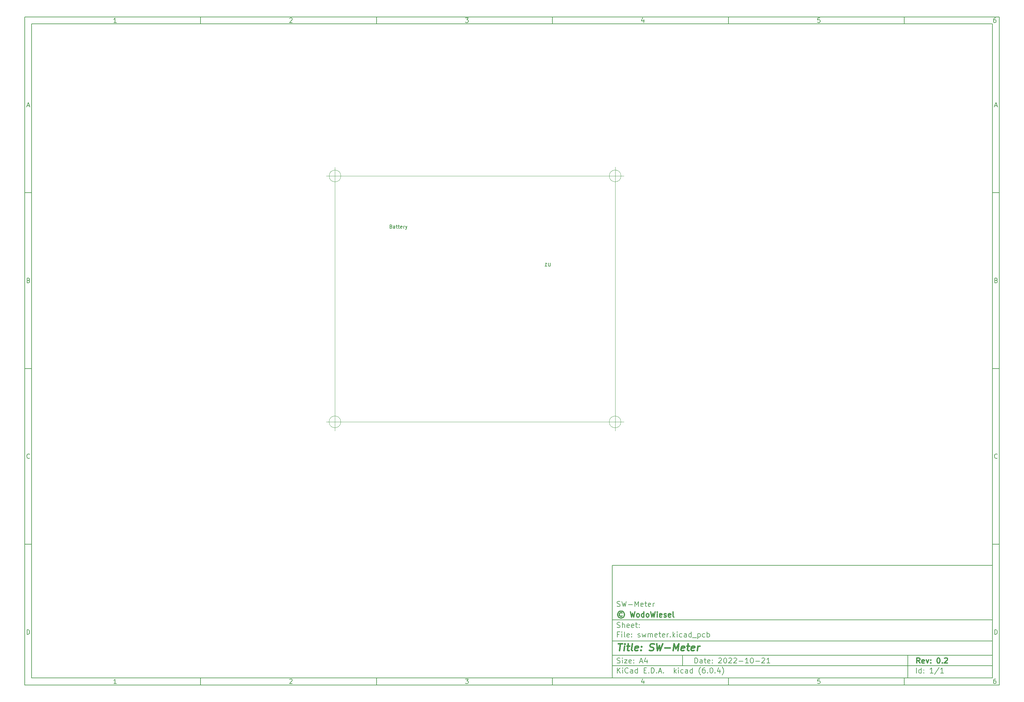
<source format=gbr>
%TF.GenerationSoftware,KiCad,Pcbnew,(6.0.4)*%
%TF.CreationDate,2022-11-07T20:32:36+01:00*%
%TF.ProjectId,swmeter,73776d65-7465-4722-9e6b-696361645f70,0.2*%
%TF.SameCoordinates,PX5d9f490PY775a330*%
%TF.FileFunction,AssemblyDrawing,Bot*%
%FSLAX46Y46*%
G04 Gerber Fmt 4.6, Leading zero omitted, Abs format (unit mm)*
G04 Created by KiCad (PCBNEW (6.0.4)) date 2022-11-07 20:32:36*
%MOMM*%
%LPD*%
G01*
G04 APERTURE LIST*
%ADD10C,0.100000*%
%ADD11C,0.150000*%
%ADD12C,0.300000*%
%ADD13C,0.400000*%
%TA.AperFunction,Profile*%
%ADD14C,0.100000*%
%TD*%
G04 APERTURE END LIST*
D10*
D11*
X78832200Y-40857200D02*
X78832200Y-72857200D01*
X186832200Y-72857200D01*
X186832200Y-40857200D01*
X78832200Y-40857200D01*
D10*
D11*
X-88170000Y115150000D02*
X-88170000Y-74857200D01*
X188832200Y-74857200D01*
X188832200Y115150000D01*
X-88170000Y115150000D01*
D10*
D11*
X-86170000Y113150000D02*
X-86170000Y-72857200D01*
X186832200Y-72857200D01*
X186832200Y113150000D01*
X-86170000Y113150000D01*
D10*
D11*
X-38170000Y113150000D02*
X-38170000Y115150000D01*
D10*
D11*
X11830000Y113150000D02*
X11830000Y115150000D01*
D10*
D11*
X61830000Y113150000D02*
X61830000Y115150000D01*
D10*
D11*
X111830000Y113150000D02*
X111830000Y115150000D01*
D10*
D11*
X161830000Y113150000D02*
X161830000Y115150000D01*
D10*
D11*
X-62104524Y113561905D02*
X-62847381Y113561905D01*
X-62475953Y113561905D02*
X-62475953Y114861905D01*
X-62599762Y114676191D01*
X-62723572Y114552381D01*
X-62847381Y114490477D01*
D10*
D11*
X-12847381Y114738096D02*
X-12785477Y114800000D01*
X-12661667Y114861905D01*
X-12352143Y114861905D01*
X-12228334Y114800000D01*
X-12166429Y114738096D01*
X-12104524Y114614286D01*
X-12104524Y114490477D01*
X-12166429Y114304762D01*
X-12909286Y113561905D01*
X-12104524Y113561905D01*
D10*
D11*
X37090714Y114861905D02*
X37895476Y114861905D01*
X37462142Y114366667D01*
X37647857Y114366667D01*
X37771666Y114304762D01*
X37833571Y114242858D01*
X37895476Y114119048D01*
X37895476Y113809524D01*
X37833571Y113685715D01*
X37771666Y113623810D01*
X37647857Y113561905D01*
X37276428Y113561905D01*
X37152619Y113623810D01*
X37090714Y113685715D01*
D10*
D11*
X87771666Y114428572D02*
X87771666Y113561905D01*
X87462142Y114923810D02*
X87152619Y113995239D01*
X87957380Y113995239D01*
D10*
D11*
X137833571Y114861905D02*
X137214523Y114861905D01*
X137152619Y114242858D01*
X137214523Y114304762D01*
X137338333Y114366667D01*
X137647857Y114366667D01*
X137771666Y114304762D01*
X137833571Y114242858D01*
X137895476Y114119048D01*
X137895476Y113809524D01*
X137833571Y113685715D01*
X137771666Y113623810D01*
X137647857Y113561905D01*
X137338333Y113561905D01*
X137214523Y113623810D01*
X137152619Y113685715D01*
D10*
D11*
X187771666Y114861905D02*
X187524047Y114861905D01*
X187400238Y114800000D01*
X187338333Y114738096D01*
X187214523Y114552381D01*
X187152619Y114304762D01*
X187152619Y113809524D01*
X187214523Y113685715D01*
X187276428Y113623810D01*
X187400238Y113561905D01*
X187647857Y113561905D01*
X187771666Y113623810D01*
X187833571Y113685715D01*
X187895476Y113809524D01*
X187895476Y114119048D01*
X187833571Y114242858D01*
X187771666Y114304762D01*
X187647857Y114366667D01*
X187400238Y114366667D01*
X187276428Y114304762D01*
X187214523Y114242858D01*
X187152619Y114119048D01*
D10*
D11*
X-38170000Y-72857200D02*
X-38170000Y-74857200D01*
D10*
D11*
X11830000Y-72857200D02*
X11830000Y-74857200D01*
D10*
D11*
X61830000Y-72857200D02*
X61830000Y-74857200D01*
D10*
D11*
X111830000Y-72857200D02*
X111830000Y-74857200D01*
D10*
D11*
X161830000Y-72857200D02*
X161830000Y-74857200D01*
D10*
D11*
X-62104524Y-74445295D02*
X-62847381Y-74445295D01*
X-62475953Y-74445295D02*
X-62475953Y-73145295D01*
X-62599762Y-73331009D01*
X-62723572Y-73454819D01*
X-62847381Y-73516723D01*
D10*
D11*
X-12847381Y-73269104D02*
X-12785477Y-73207200D01*
X-12661667Y-73145295D01*
X-12352143Y-73145295D01*
X-12228334Y-73207200D01*
X-12166429Y-73269104D01*
X-12104524Y-73392914D01*
X-12104524Y-73516723D01*
X-12166429Y-73702438D01*
X-12909286Y-74445295D01*
X-12104524Y-74445295D01*
D10*
D11*
X37090714Y-73145295D02*
X37895476Y-73145295D01*
X37462142Y-73640533D01*
X37647857Y-73640533D01*
X37771666Y-73702438D01*
X37833571Y-73764342D01*
X37895476Y-73888152D01*
X37895476Y-74197676D01*
X37833571Y-74321485D01*
X37771666Y-74383390D01*
X37647857Y-74445295D01*
X37276428Y-74445295D01*
X37152619Y-74383390D01*
X37090714Y-74321485D01*
D10*
D11*
X87771666Y-73578628D02*
X87771666Y-74445295D01*
X87462142Y-73083390D02*
X87152619Y-74011961D01*
X87957380Y-74011961D01*
D10*
D11*
X137833571Y-73145295D02*
X137214523Y-73145295D01*
X137152619Y-73764342D01*
X137214523Y-73702438D01*
X137338333Y-73640533D01*
X137647857Y-73640533D01*
X137771666Y-73702438D01*
X137833571Y-73764342D01*
X137895476Y-73888152D01*
X137895476Y-74197676D01*
X137833571Y-74321485D01*
X137771666Y-74383390D01*
X137647857Y-74445295D01*
X137338333Y-74445295D01*
X137214523Y-74383390D01*
X137152619Y-74321485D01*
D10*
D11*
X187771666Y-73145295D02*
X187524047Y-73145295D01*
X187400238Y-73207200D01*
X187338333Y-73269104D01*
X187214523Y-73454819D01*
X187152619Y-73702438D01*
X187152619Y-74197676D01*
X187214523Y-74321485D01*
X187276428Y-74383390D01*
X187400238Y-74445295D01*
X187647857Y-74445295D01*
X187771666Y-74383390D01*
X187833571Y-74321485D01*
X187895476Y-74197676D01*
X187895476Y-73888152D01*
X187833571Y-73764342D01*
X187771666Y-73702438D01*
X187647857Y-73640533D01*
X187400238Y-73640533D01*
X187276428Y-73702438D01*
X187214523Y-73764342D01*
X187152619Y-73888152D01*
D10*
D11*
X-88170000Y65150000D02*
X-86170000Y65150000D01*
D10*
D11*
X-88170000Y15150000D02*
X-86170000Y15150000D01*
D10*
D11*
X-88170000Y-34850000D02*
X-86170000Y-34850000D01*
D10*
D11*
X-87479524Y89933334D02*
X-86860477Y89933334D01*
X-87603334Y89561905D02*
X-87170000Y90861905D01*
X-86736667Y89561905D01*
D10*
D11*
X-87077143Y40242858D02*
X-86891429Y40180953D01*
X-86829524Y40119048D01*
X-86767620Y39995239D01*
X-86767620Y39809524D01*
X-86829524Y39685715D01*
X-86891429Y39623810D01*
X-87015239Y39561905D01*
X-87510477Y39561905D01*
X-87510477Y40861905D01*
X-87077143Y40861905D01*
X-86953334Y40800000D01*
X-86891429Y40738096D01*
X-86829524Y40614286D01*
X-86829524Y40490477D01*
X-86891429Y40366667D01*
X-86953334Y40304762D01*
X-87077143Y40242858D01*
X-87510477Y40242858D01*
D10*
D11*
X-86767620Y-10314285D02*
X-86829524Y-10376190D01*
X-87015239Y-10438095D01*
X-87139048Y-10438095D01*
X-87324762Y-10376190D01*
X-87448572Y-10252380D01*
X-87510477Y-10128571D01*
X-87572381Y-9880952D01*
X-87572381Y-9695238D01*
X-87510477Y-9447619D01*
X-87448572Y-9323809D01*
X-87324762Y-9200000D01*
X-87139048Y-9138095D01*
X-87015239Y-9138095D01*
X-86829524Y-9200000D01*
X-86767620Y-9261904D01*
D10*
D11*
X-87510477Y-60438095D02*
X-87510477Y-59138095D01*
X-87200953Y-59138095D01*
X-87015239Y-59200000D01*
X-86891429Y-59323809D01*
X-86829524Y-59447619D01*
X-86767620Y-59695238D01*
X-86767620Y-59880952D01*
X-86829524Y-60128571D01*
X-86891429Y-60252380D01*
X-87015239Y-60376190D01*
X-87200953Y-60438095D01*
X-87510477Y-60438095D01*
D10*
D11*
X188832200Y65150000D02*
X186832200Y65150000D01*
D10*
D11*
X188832200Y15150000D02*
X186832200Y15150000D01*
D10*
D11*
X188832200Y-34850000D02*
X186832200Y-34850000D01*
D10*
D11*
X187522676Y89933334D02*
X188141723Y89933334D01*
X187398866Y89561905D02*
X187832200Y90861905D01*
X188265533Y89561905D01*
D10*
D11*
X187925057Y40242858D02*
X188110771Y40180953D01*
X188172676Y40119048D01*
X188234580Y39995239D01*
X188234580Y39809524D01*
X188172676Y39685715D01*
X188110771Y39623810D01*
X187986961Y39561905D01*
X187491723Y39561905D01*
X187491723Y40861905D01*
X187925057Y40861905D01*
X188048866Y40800000D01*
X188110771Y40738096D01*
X188172676Y40614286D01*
X188172676Y40490477D01*
X188110771Y40366667D01*
X188048866Y40304762D01*
X187925057Y40242858D01*
X187491723Y40242858D01*
D10*
D11*
X188234580Y-10314285D02*
X188172676Y-10376190D01*
X187986961Y-10438095D01*
X187863152Y-10438095D01*
X187677438Y-10376190D01*
X187553628Y-10252380D01*
X187491723Y-10128571D01*
X187429819Y-9880952D01*
X187429819Y-9695238D01*
X187491723Y-9447619D01*
X187553628Y-9323809D01*
X187677438Y-9200000D01*
X187863152Y-9138095D01*
X187986961Y-9138095D01*
X188172676Y-9200000D01*
X188234580Y-9261904D01*
D10*
D11*
X187491723Y-60438095D02*
X187491723Y-59138095D01*
X187801247Y-59138095D01*
X187986961Y-59200000D01*
X188110771Y-59323809D01*
X188172676Y-59447619D01*
X188234580Y-59695238D01*
X188234580Y-59880952D01*
X188172676Y-60128571D01*
X188110771Y-60252380D01*
X187986961Y-60376190D01*
X187801247Y-60438095D01*
X187491723Y-60438095D01*
D10*
D11*
X102264342Y-68635771D02*
X102264342Y-67135771D01*
X102621485Y-67135771D01*
X102835771Y-67207200D01*
X102978628Y-67350057D01*
X103050057Y-67492914D01*
X103121485Y-67778628D01*
X103121485Y-67992914D01*
X103050057Y-68278628D01*
X102978628Y-68421485D01*
X102835771Y-68564342D01*
X102621485Y-68635771D01*
X102264342Y-68635771D01*
X104407200Y-68635771D02*
X104407200Y-67850057D01*
X104335771Y-67707200D01*
X104192914Y-67635771D01*
X103907200Y-67635771D01*
X103764342Y-67707200D01*
X104407200Y-68564342D02*
X104264342Y-68635771D01*
X103907200Y-68635771D01*
X103764342Y-68564342D01*
X103692914Y-68421485D01*
X103692914Y-68278628D01*
X103764342Y-68135771D01*
X103907200Y-68064342D01*
X104264342Y-68064342D01*
X104407200Y-67992914D01*
X104907200Y-67635771D02*
X105478628Y-67635771D01*
X105121485Y-67135771D02*
X105121485Y-68421485D01*
X105192914Y-68564342D01*
X105335771Y-68635771D01*
X105478628Y-68635771D01*
X106550057Y-68564342D02*
X106407200Y-68635771D01*
X106121485Y-68635771D01*
X105978628Y-68564342D01*
X105907200Y-68421485D01*
X105907200Y-67850057D01*
X105978628Y-67707200D01*
X106121485Y-67635771D01*
X106407200Y-67635771D01*
X106550057Y-67707200D01*
X106621485Y-67850057D01*
X106621485Y-67992914D01*
X105907200Y-68135771D01*
X107264342Y-68492914D02*
X107335771Y-68564342D01*
X107264342Y-68635771D01*
X107192914Y-68564342D01*
X107264342Y-68492914D01*
X107264342Y-68635771D01*
X107264342Y-67707200D02*
X107335771Y-67778628D01*
X107264342Y-67850057D01*
X107192914Y-67778628D01*
X107264342Y-67707200D01*
X107264342Y-67850057D01*
X109050057Y-67278628D02*
X109121485Y-67207200D01*
X109264342Y-67135771D01*
X109621485Y-67135771D01*
X109764342Y-67207200D01*
X109835771Y-67278628D01*
X109907200Y-67421485D01*
X109907200Y-67564342D01*
X109835771Y-67778628D01*
X108978628Y-68635771D01*
X109907200Y-68635771D01*
X110835771Y-67135771D02*
X110978628Y-67135771D01*
X111121485Y-67207200D01*
X111192914Y-67278628D01*
X111264342Y-67421485D01*
X111335771Y-67707200D01*
X111335771Y-68064342D01*
X111264342Y-68350057D01*
X111192914Y-68492914D01*
X111121485Y-68564342D01*
X110978628Y-68635771D01*
X110835771Y-68635771D01*
X110692914Y-68564342D01*
X110621485Y-68492914D01*
X110550057Y-68350057D01*
X110478628Y-68064342D01*
X110478628Y-67707200D01*
X110550057Y-67421485D01*
X110621485Y-67278628D01*
X110692914Y-67207200D01*
X110835771Y-67135771D01*
X111907200Y-67278628D02*
X111978628Y-67207200D01*
X112121485Y-67135771D01*
X112478628Y-67135771D01*
X112621485Y-67207200D01*
X112692914Y-67278628D01*
X112764342Y-67421485D01*
X112764342Y-67564342D01*
X112692914Y-67778628D01*
X111835771Y-68635771D01*
X112764342Y-68635771D01*
X113335771Y-67278628D02*
X113407200Y-67207200D01*
X113550057Y-67135771D01*
X113907200Y-67135771D01*
X114050057Y-67207200D01*
X114121485Y-67278628D01*
X114192914Y-67421485D01*
X114192914Y-67564342D01*
X114121485Y-67778628D01*
X113264342Y-68635771D01*
X114192914Y-68635771D01*
X114835771Y-68064342D02*
X115978628Y-68064342D01*
X117478628Y-68635771D02*
X116621485Y-68635771D01*
X117050057Y-68635771D02*
X117050057Y-67135771D01*
X116907200Y-67350057D01*
X116764342Y-67492914D01*
X116621485Y-67564342D01*
X118407200Y-67135771D02*
X118550057Y-67135771D01*
X118692914Y-67207200D01*
X118764342Y-67278628D01*
X118835771Y-67421485D01*
X118907200Y-67707200D01*
X118907200Y-68064342D01*
X118835771Y-68350057D01*
X118764342Y-68492914D01*
X118692914Y-68564342D01*
X118550057Y-68635771D01*
X118407200Y-68635771D01*
X118264342Y-68564342D01*
X118192914Y-68492914D01*
X118121485Y-68350057D01*
X118050057Y-68064342D01*
X118050057Y-67707200D01*
X118121485Y-67421485D01*
X118192914Y-67278628D01*
X118264342Y-67207200D01*
X118407200Y-67135771D01*
X119550057Y-68064342D02*
X120692914Y-68064342D01*
X121335771Y-67278628D02*
X121407200Y-67207200D01*
X121550057Y-67135771D01*
X121907200Y-67135771D01*
X122050057Y-67207200D01*
X122121485Y-67278628D01*
X122192914Y-67421485D01*
X122192914Y-67564342D01*
X122121485Y-67778628D01*
X121264342Y-68635771D01*
X122192914Y-68635771D01*
X123621485Y-68635771D02*
X122764342Y-68635771D01*
X123192914Y-68635771D02*
X123192914Y-67135771D01*
X123050057Y-67350057D01*
X122907200Y-67492914D01*
X122764342Y-67564342D01*
D10*
D11*
X78832200Y-69357200D02*
X186832200Y-69357200D01*
D10*
D11*
X80264342Y-71435771D02*
X80264342Y-69935771D01*
X81121485Y-71435771D02*
X80478628Y-70578628D01*
X81121485Y-69935771D02*
X80264342Y-70792914D01*
X81764342Y-71435771D02*
X81764342Y-70435771D01*
X81764342Y-69935771D02*
X81692914Y-70007200D01*
X81764342Y-70078628D01*
X81835771Y-70007200D01*
X81764342Y-69935771D01*
X81764342Y-70078628D01*
X83335771Y-71292914D02*
X83264342Y-71364342D01*
X83050057Y-71435771D01*
X82907200Y-71435771D01*
X82692914Y-71364342D01*
X82550057Y-71221485D01*
X82478628Y-71078628D01*
X82407200Y-70792914D01*
X82407200Y-70578628D01*
X82478628Y-70292914D01*
X82550057Y-70150057D01*
X82692914Y-70007200D01*
X82907200Y-69935771D01*
X83050057Y-69935771D01*
X83264342Y-70007200D01*
X83335771Y-70078628D01*
X84621485Y-71435771D02*
X84621485Y-70650057D01*
X84550057Y-70507200D01*
X84407200Y-70435771D01*
X84121485Y-70435771D01*
X83978628Y-70507200D01*
X84621485Y-71364342D02*
X84478628Y-71435771D01*
X84121485Y-71435771D01*
X83978628Y-71364342D01*
X83907200Y-71221485D01*
X83907200Y-71078628D01*
X83978628Y-70935771D01*
X84121485Y-70864342D01*
X84478628Y-70864342D01*
X84621485Y-70792914D01*
X85978628Y-71435771D02*
X85978628Y-69935771D01*
X85978628Y-71364342D02*
X85835771Y-71435771D01*
X85550057Y-71435771D01*
X85407200Y-71364342D01*
X85335771Y-71292914D01*
X85264342Y-71150057D01*
X85264342Y-70721485D01*
X85335771Y-70578628D01*
X85407200Y-70507200D01*
X85550057Y-70435771D01*
X85835771Y-70435771D01*
X85978628Y-70507200D01*
X87835771Y-70650057D02*
X88335771Y-70650057D01*
X88550057Y-71435771D02*
X87835771Y-71435771D01*
X87835771Y-69935771D01*
X88550057Y-69935771D01*
X89192914Y-71292914D02*
X89264342Y-71364342D01*
X89192914Y-71435771D01*
X89121485Y-71364342D01*
X89192914Y-71292914D01*
X89192914Y-71435771D01*
X89907200Y-71435771D02*
X89907200Y-69935771D01*
X90264342Y-69935771D01*
X90478628Y-70007200D01*
X90621485Y-70150057D01*
X90692914Y-70292914D01*
X90764342Y-70578628D01*
X90764342Y-70792914D01*
X90692914Y-71078628D01*
X90621485Y-71221485D01*
X90478628Y-71364342D01*
X90264342Y-71435771D01*
X89907200Y-71435771D01*
X91407200Y-71292914D02*
X91478628Y-71364342D01*
X91407200Y-71435771D01*
X91335771Y-71364342D01*
X91407200Y-71292914D01*
X91407200Y-71435771D01*
X92050057Y-71007200D02*
X92764342Y-71007200D01*
X91907200Y-71435771D02*
X92407200Y-69935771D01*
X92907200Y-71435771D01*
X93407200Y-71292914D02*
X93478628Y-71364342D01*
X93407200Y-71435771D01*
X93335771Y-71364342D01*
X93407200Y-71292914D01*
X93407200Y-71435771D01*
X96407200Y-71435771D02*
X96407200Y-69935771D01*
X96550057Y-70864342D02*
X96978628Y-71435771D01*
X96978628Y-70435771D02*
X96407200Y-71007200D01*
X97621485Y-71435771D02*
X97621485Y-70435771D01*
X97621485Y-69935771D02*
X97550057Y-70007200D01*
X97621485Y-70078628D01*
X97692914Y-70007200D01*
X97621485Y-69935771D01*
X97621485Y-70078628D01*
X98978628Y-71364342D02*
X98835771Y-71435771D01*
X98550057Y-71435771D01*
X98407200Y-71364342D01*
X98335771Y-71292914D01*
X98264342Y-71150057D01*
X98264342Y-70721485D01*
X98335771Y-70578628D01*
X98407200Y-70507200D01*
X98550057Y-70435771D01*
X98835771Y-70435771D01*
X98978628Y-70507200D01*
X100264342Y-71435771D02*
X100264342Y-70650057D01*
X100192914Y-70507200D01*
X100050057Y-70435771D01*
X99764342Y-70435771D01*
X99621485Y-70507200D01*
X100264342Y-71364342D02*
X100121485Y-71435771D01*
X99764342Y-71435771D01*
X99621485Y-71364342D01*
X99550057Y-71221485D01*
X99550057Y-71078628D01*
X99621485Y-70935771D01*
X99764342Y-70864342D01*
X100121485Y-70864342D01*
X100264342Y-70792914D01*
X101621485Y-71435771D02*
X101621485Y-69935771D01*
X101621485Y-71364342D02*
X101478628Y-71435771D01*
X101192914Y-71435771D01*
X101050057Y-71364342D01*
X100978628Y-71292914D01*
X100907200Y-71150057D01*
X100907200Y-70721485D01*
X100978628Y-70578628D01*
X101050057Y-70507200D01*
X101192914Y-70435771D01*
X101478628Y-70435771D01*
X101621485Y-70507200D01*
X103907200Y-72007200D02*
X103835771Y-71935771D01*
X103692914Y-71721485D01*
X103621485Y-71578628D01*
X103550057Y-71364342D01*
X103478628Y-71007200D01*
X103478628Y-70721485D01*
X103550057Y-70364342D01*
X103621485Y-70150057D01*
X103692914Y-70007200D01*
X103835771Y-69792914D01*
X103907200Y-69721485D01*
X105121485Y-69935771D02*
X104835771Y-69935771D01*
X104692914Y-70007200D01*
X104621485Y-70078628D01*
X104478628Y-70292914D01*
X104407200Y-70578628D01*
X104407200Y-71150057D01*
X104478628Y-71292914D01*
X104550057Y-71364342D01*
X104692914Y-71435771D01*
X104978628Y-71435771D01*
X105121485Y-71364342D01*
X105192914Y-71292914D01*
X105264342Y-71150057D01*
X105264342Y-70792914D01*
X105192914Y-70650057D01*
X105121485Y-70578628D01*
X104978628Y-70507200D01*
X104692914Y-70507200D01*
X104550057Y-70578628D01*
X104478628Y-70650057D01*
X104407200Y-70792914D01*
X105907200Y-71292914D02*
X105978628Y-71364342D01*
X105907200Y-71435771D01*
X105835771Y-71364342D01*
X105907200Y-71292914D01*
X105907200Y-71435771D01*
X106907200Y-69935771D02*
X107050057Y-69935771D01*
X107192914Y-70007200D01*
X107264342Y-70078628D01*
X107335771Y-70221485D01*
X107407200Y-70507200D01*
X107407200Y-70864342D01*
X107335771Y-71150057D01*
X107264342Y-71292914D01*
X107192914Y-71364342D01*
X107050057Y-71435771D01*
X106907200Y-71435771D01*
X106764342Y-71364342D01*
X106692914Y-71292914D01*
X106621485Y-71150057D01*
X106550057Y-70864342D01*
X106550057Y-70507200D01*
X106621485Y-70221485D01*
X106692914Y-70078628D01*
X106764342Y-70007200D01*
X106907200Y-69935771D01*
X108050057Y-71292914D02*
X108121485Y-71364342D01*
X108050057Y-71435771D01*
X107978628Y-71364342D01*
X108050057Y-71292914D01*
X108050057Y-71435771D01*
X109407200Y-70435771D02*
X109407200Y-71435771D01*
X109050057Y-69864342D02*
X108692914Y-70935771D01*
X109621485Y-70935771D01*
X110050057Y-72007200D02*
X110121485Y-71935771D01*
X110264342Y-71721485D01*
X110335771Y-71578628D01*
X110407200Y-71364342D01*
X110478628Y-71007200D01*
X110478628Y-70721485D01*
X110407200Y-70364342D01*
X110335771Y-70150057D01*
X110264342Y-70007200D01*
X110121485Y-69792914D01*
X110050057Y-69721485D01*
D10*
D11*
X78832200Y-66357200D02*
X186832200Y-66357200D01*
D10*
D12*
X166241485Y-68635771D02*
X165741485Y-67921485D01*
X165384342Y-68635771D02*
X165384342Y-67135771D01*
X165955771Y-67135771D01*
X166098628Y-67207200D01*
X166170057Y-67278628D01*
X166241485Y-67421485D01*
X166241485Y-67635771D01*
X166170057Y-67778628D01*
X166098628Y-67850057D01*
X165955771Y-67921485D01*
X165384342Y-67921485D01*
X167455771Y-68564342D02*
X167312914Y-68635771D01*
X167027200Y-68635771D01*
X166884342Y-68564342D01*
X166812914Y-68421485D01*
X166812914Y-67850057D01*
X166884342Y-67707200D01*
X167027200Y-67635771D01*
X167312914Y-67635771D01*
X167455771Y-67707200D01*
X167527200Y-67850057D01*
X167527200Y-67992914D01*
X166812914Y-68135771D01*
X168027200Y-67635771D02*
X168384342Y-68635771D01*
X168741485Y-67635771D01*
X169312914Y-68492914D02*
X169384342Y-68564342D01*
X169312914Y-68635771D01*
X169241485Y-68564342D01*
X169312914Y-68492914D01*
X169312914Y-68635771D01*
X169312914Y-67707200D02*
X169384342Y-67778628D01*
X169312914Y-67850057D01*
X169241485Y-67778628D01*
X169312914Y-67707200D01*
X169312914Y-67850057D01*
X171455771Y-67135771D02*
X171598628Y-67135771D01*
X171741485Y-67207200D01*
X171812914Y-67278628D01*
X171884342Y-67421485D01*
X171955771Y-67707200D01*
X171955771Y-68064342D01*
X171884342Y-68350057D01*
X171812914Y-68492914D01*
X171741485Y-68564342D01*
X171598628Y-68635771D01*
X171455771Y-68635771D01*
X171312914Y-68564342D01*
X171241485Y-68492914D01*
X171170057Y-68350057D01*
X171098628Y-68064342D01*
X171098628Y-67707200D01*
X171170057Y-67421485D01*
X171241485Y-67278628D01*
X171312914Y-67207200D01*
X171455771Y-67135771D01*
X172598628Y-68492914D02*
X172670057Y-68564342D01*
X172598628Y-68635771D01*
X172527200Y-68564342D01*
X172598628Y-68492914D01*
X172598628Y-68635771D01*
X173241485Y-67278628D02*
X173312914Y-67207200D01*
X173455771Y-67135771D01*
X173812914Y-67135771D01*
X173955771Y-67207200D01*
X174027200Y-67278628D01*
X174098628Y-67421485D01*
X174098628Y-67564342D01*
X174027200Y-67778628D01*
X173170057Y-68635771D01*
X174098628Y-68635771D01*
D10*
D11*
X80192914Y-68564342D02*
X80407200Y-68635771D01*
X80764342Y-68635771D01*
X80907200Y-68564342D01*
X80978628Y-68492914D01*
X81050057Y-68350057D01*
X81050057Y-68207200D01*
X80978628Y-68064342D01*
X80907200Y-67992914D01*
X80764342Y-67921485D01*
X80478628Y-67850057D01*
X80335771Y-67778628D01*
X80264342Y-67707200D01*
X80192914Y-67564342D01*
X80192914Y-67421485D01*
X80264342Y-67278628D01*
X80335771Y-67207200D01*
X80478628Y-67135771D01*
X80835771Y-67135771D01*
X81050057Y-67207200D01*
X81692914Y-68635771D02*
X81692914Y-67635771D01*
X81692914Y-67135771D02*
X81621485Y-67207200D01*
X81692914Y-67278628D01*
X81764342Y-67207200D01*
X81692914Y-67135771D01*
X81692914Y-67278628D01*
X82264342Y-67635771D02*
X83050057Y-67635771D01*
X82264342Y-68635771D01*
X83050057Y-68635771D01*
X84192914Y-68564342D02*
X84050057Y-68635771D01*
X83764342Y-68635771D01*
X83621485Y-68564342D01*
X83550057Y-68421485D01*
X83550057Y-67850057D01*
X83621485Y-67707200D01*
X83764342Y-67635771D01*
X84050057Y-67635771D01*
X84192914Y-67707200D01*
X84264342Y-67850057D01*
X84264342Y-67992914D01*
X83550057Y-68135771D01*
X84907200Y-68492914D02*
X84978628Y-68564342D01*
X84907200Y-68635771D01*
X84835771Y-68564342D01*
X84907200Y-68492914D01*
X84907200Y-68635771D01*
X84907200Y-67707200D02*
X84978628Y-67778628D01*
X84907200Y-67850057D01*
X84835771Y-67778628D01*
X84907200Y-67707200D01*
X84907200Y-67850057D01*
X86692914Y-68207200D02*
X87407200Y-68207200D01*
X86550057Y-68635771D02*
X87050057Y-67135771D01*
X87550057Y-68635771D01*
X88692914Y-67635771D02*
X88692914Y-68635771D01*
X88335771Y-67064342D02*
X87978628Y-68135771D01*
X88907200Y-68135771D01*
D10*
D11*
X165264342Y-71435771D02*
X165264342Y-69935771D01*
X166621485Y-71435771D02*
X166621485Y-69935771D01*
X166621485Y-71364342D02*
X166478628Y-71435771D01*
X166192914Y-71435771D01*
X166050057Y-71364342D01*
X165978628Y-71292914D01*
X165907200Y-71150057D01*
X165907200Y-70721485D01*
X165978628Y-70578628D01*
X166050057Y-70507200D01*
X166192914Y-70435771D01*
X166478628Y-70435771D01*
X166621485Y-70507200D01*
X167335771Y-71292914D02*
X167407200Y-71364342D01*
X167335771Y-71435771D01*
X167264342Y-71364342D01*
X167335771Y-71292914D01*
X167335771Y-71435771D01*
X167335771Y-70507200D02*
X167407200Y-70578628D01*
X167335771Y-70650057D01*
X167264342Y-70578628D01*
X167335771Y-70507200D01*
X167335771Y-70650057D01*
X169978628Y-71435771D02*
X169121485Y-71435771D01*
X169550057Y-71435771D02*
X169550057Y-69935771D01*
X169407200Y-70150057D01*
X169264342Y-70292914D01*
X169121485Y-70364342D01*
X171692914Y-69864342D02*
X170407200Y-71792914D01*
X172978628Y-71435771D02*
X172121485Y-71435771D01*
X172550057Y-71435771D02*
X172550057Y-69935771D01*
X172407200Y-70150057D01*
X172264342Y-70292914D01*
X172121485Y-70364342D01*
D10*
D11*
X78832200Y-62357200D02*
X186832200Y-62357200D01*
D10*
D13*
X80544580Y-63061961D02*
X81687438Y-63061961D01*
X80866009Y-65061961D02*
X81116009Y-63061961D01*
X82104104Y-65061961D02*
X82270771Y-63728628D01*
X82354104Y-63061961D02*
X82246961Y-63157200D01*
X82330295Y-63252438D01*
X82437438Y-63157200D01*
X82354104Y-63061961D01*
X82330295Y-63252438D01*
X82937438Y-63728628D02*
X83699342Y-63728628D01*
X83306485Y-63061961D02*
X83092200Y-64776247D01*
X83163628Y-64966723D01*
X83342200Y-65061961D01*
X83532676Y-65061961D01*
X84485057Y-65061961D02*
X84306485Y-64966723D01*
X84235057Y-64776247D01*
X84449342Y-63061961D01*
X86020771Y-64966723D02*
X85818390Y-65061961D01*
X85437438Y-65061961D01*
X85258866Y-64966723D01*
X85187438Y-64776247D01*
X85282676Y-64014342D01*
X85401723Y-63823866D01*
X85604104Y-63728628D01*
X85985057Y-63728628D01*
X86163628Y-63823866D01*
X86235057Y-64014342D01*
X86211247Y-64204819D01*
X85235057Y-64395295D01*
X86985057Y-64871485D02*
X87068390Y-64966723D01*
X86961247Y-65061961D01*
X86877914Y-64966723D01*
X86985057Y-64871485D01*
X86961247Y-65061961D01*
X87116009Y-63823866D02*
X87199342Y-63919104D01*
X87092200Y-64014342D01*
X87008866Y-63919104D01*
X87116009Y-63823866D01*
X87092200Y-64014342D01*
X89354104Y-64966723D02*
X89627914Y-65061961D01*
X90104104Y-65061961D01*
X90306485Y-64966723D01*
X90413628Y-64871485D01*
X90532676Y-64681009D01*
X90556485Y-64490533D01*
X90485057Y-64300057D01*
X90401723Y-64204819D01*
X90223152Y-64109580D01*
X89854104Y-64014342D01*
X89675533Y-63919104D01*
X89592200Y-63823866D01*
X89520771Y-63633390D01*
X89544580Y-63442914D01*
X89663628Y-63252438D01*
X89770771Y-63157200D01*
X89973152Y-63061961D01*
X90449342Y-63061961D01*
X90723152Y-63157200D01*
X91401723Y-63061961D02*
X91627914Y-65061961D01*
X92187438Y-63633390D01*
X92389819Y-65061961D01*
X93116009Y-63061961D01*
X93723152Y-64300057D02*
X95246961Y-64300057D01*
X96104104Y-65061961D02*
X96354104Y-63061961D01*
X96842200Y-64490533D01*
X97687438Y-63061961D01*
X97437438Y-65061961D01*
X99163628Y-64966723D02*
X98961247Y-65061961D01*
X98580295Y-65061961D01*
X98401723Y-64966723D01*
X98330295Y-64776247D01*
X98425533Y-64014342D01*
X98544580Y-63823866D01*
X98746961Y-63728628D01*
X99127914Y-63728628D01*
X99306485Y-63823866D01*
X99377914Y-64014342D01*
X99354104Y-64204819D01*
X98377914Y-64395295D01*
X99985057Y-63728628D02*
X100746961Y-63728628D01*
X100354104Y-63061961D02*
X100139819Y-64776247D01*
X100211247Y-64966723D01*
X100389819Y-65061961D01*
X100580295Y-65061961D01*
X102020771Y-64966723D02*
X101818390Y-65061961D01*
X101437438Y-65061961D01*
X101258866Y-64966723D01*
X101187438Y-64776247D01*
X101282676Y-64014342D01*
X101401723Y-63823866D01*
X101604104Y-63728628D01*
X101985057Y-63728628D01*
X102163628Y-63823866D01*
X102235057Y-64014342D01*
X102211247Y-64204819D01*
X101235057Y-64395295D01*
X102961247Y-65061961D02*
X103127914Y-63728628D01*
X103080295Y-64109580D02*
X103199342Y-63919104D01*
X103306485Y-63823866D01*
X103508866Y-63728628D01*
X103699342Y-63728628D01*
D10*
D11*
X80764342Y-60450057D02*
X80264342Y-60450057D01*
X80264342Y-61235771D02*
X80264342Y-59735771D01*
X80978628Y-59735771D01*
X81550057Y-61235771D02*
X81550057Y-60235771D01*
X81550057Y-59735771D02*
X81478628Y-59807200D01*
X81550057Y-59878628D01*
X81621485Y-59807200D01*
X81550057Y-59735771D01*
X81550057Y-59878628D01*
X82478628Y-61235771D02*
X82335771Y-61164342D01*
X82264342Y-61021485D01*
X82264342Y-59735771D01*
X83621485Y-61164342D02*
X83478628Y-61235771D01*
X83192914Y-61235771D01*
X83050057Y-61164342D01*
X82978628Y-61021485D01*
X82978628Y-60450057D01*
X83050057Y-60307200D01*
X83192914Y-60235771D01*
X83478628Y-60235771D01*
X83621485Y-60307200D01*
X83692914Y-60450057D01*
X83692914Y-60592914D01*
X82978628Y-60735771D01*
X84335771Y-61092914D02*
X84407200Y-61164342D01*
X84335771Y-61235771D01*
X84264342Y-61164342D01*
X84335771Y-61092914D01*
X84335771Y-61235771D01*
X84335771Y-60307200D02*
X84407200Y-60378628D01*
X84335771Y-60450057D01*
X84264342Y-60378628D01*
X84335771Y-60307200D01*
X84335771Y-60450057D01*
X86121485Y-61164342D02*
X86264342Y-61235771D01*
X86550057Y-61235771D01*
X86692914Y-61164342D01*
X86764342Y-61021485D01*
X86764342Y-60950057D01*
X86692914Y-60807200D01*
X86550057Y-60735771D01*
X86335771Y-60735771D01*
X86192914Y-60664342D01*
X86121485Y-60521485D01*
X86121485Y-60450057D01*
X86192914Y-60307200D01*
X86335771Y-60235771D01*
X86550057Y-60235771D01*
X86692914Y-60307200D01*
X87264342Y-60235771D02*
X87550057Y-61235771D01*
X87835771Y-60521485D01*
X88121485Y-61235771D01*
X88407200Y-60235771D01*
X88978628Y-61235771D02*
X88978628Y-60235771D01*
X88978628Y-60378628D02*
X89050057Y-60307200D01*
X89192914Y-60235771D01*
X89407200Y-60235771D01*
X89550057Y-60307200D01*
X89621485Y-60450057D01*
X89621485Y-61235771D01*
X89621485Y-60450057D02*
X89692914Y-60307200D01*
X89835771Y-60235771D01*
X90050057Y-60235771D01*
X90192914Y-60307200D01*
X90264342Y-60450057D01*
X90264342Y-61235771D01*
X91550057Y-61164342D02*
X91407200Y-61235771D01*
X91121485Y-61235771D01*
X90978628Y-61164342D01*
X90907200Y-61021485D01*
X90907200Y-60450057D01*
X90978628Y-60307200D01*
X91121485Y-60235771D01*
X91407200Y-60235771D01*
X91550057Y-60307200D01*
X91621485Y-60450057D01*
X91621485Y-60592914D01*
X90907200Y-60735771D01*
X92050057Y-60235771D02*
X92621485Y-60235771D01*
X92264342Y-59735771D02*
X92264342Y-61021485D01*
X92335771Y-61164342D01*
X92478628Y-61235771D01*
X92621485Y-61235771D01*
X93692914Y-61164342D02*
X93550057Y-61235771D01*
X93264342Y-61235771D01*
X93121485Y-61164342D01*
X93050057Y-61021485D01*
X93050057Y-60450057D01*
X93121485Y-60307200D01*
X93264342Y-60235771D01*
X93550057Y-60235771D01*
X93692914Y-60307200D01*
X93764342Y-60450057D01*
X93764342Y-60592914D01*
X93050057Y-60735771D01*
X94407200Y-61235771D02*
X94407200Y-60235771D01*
X94407200Y-60521485D02*
X94478628Y-60378628D01*
X94550057Y-60307200D01*
X94692914Y-60235771D01*
X94835771Y-60235771D01*
X95335771Y-61092914D02*
X95407200Y-61164342D01*
X95335771Y-61235771D01*
X95264342Y-61164342D01*
X95335771Y-61092914D01*
X95335771Y-61235771D01*
X96050057Y-61235771D02*
X96050057Y-59735771D01*
X96192914Y-60664342D02*
X96621485Y-61235771D01*
X96621485Y-60235771D02*
X96050057Y-60807200D01*
X97264342Y-61235771D02*
X97264342Y-60235771D01*
X97264342Y-59735771D02*
X97192914Y-59807200D01*
X97264342Y-59878628D01*
X97335771Y-59807200D01*
X97264342Y-59735771D01*
X97264342Y-59878628D01*
X98621485Y-61164342D02*
X98478628Y-61235771D01*
X98192914Y-61235771D01*
X98050057Y-61164342D01*
X97978628Y-61092914D01*
X97907200Y-60950057D01*
X97907200Y-60521485D01*
X97978628Y-60378628D01*
X98050057Y-60307200D01*
X98192914Y-60235771D01*
X98478628Y-60235771D01*
X98621485Y-60307200D01*
X99907200Y-61235771D02*
X99907200Y-60450057D01*
X99835771Y-60307200D01*
X99692914Y-60235771D01*
X99407200Y-60235771D01*
X99264342Y-60307200D01*
X99907200Y-61164342D02*
X99764342Y-61235771D01*
X99407200Y-61235771D01*
X99264342Y-61164342D01*
X99192914Y-61021485D01*
X99192914Y-60878628D01*
X99264342Y-60735771D01*
X99407200Y-60664342D01*
X99764342Y-60664342D01*
X99907200Y-60592914D01*
X101264342Y-61235771D02*
X101264342Y-59735771D01*
X101264342Y-61164342D02*
X101121485Y-61235771D01*
X100835771Y-61235771D01*
X100692914Y-61164342D01*
X100621485Y-61092914D01*
X100550057Y-60950057D01*
X100550057Y-60521485D01*
X100621485Y-60378628D01*
X100692914Y-60307200D01*
X100835771Y-60235771D01*
X101121485Y-60235771D01*
X101264342Y-60307200D01*
X101621485Y-61378628D02*
X102764342Y-61378628D01*
X103121485Y-60235771D02*
X103121485Y-61735771D01*
X103121485Y-60307200D02*
X103264342Y-60235771D01*
X103550057Y-60235771D01*
X103692914Y-60307200D01*
X103764342Y-60378628D01*
X103835771Y-60521485D01*
X103835771Y-60950057D01*
X103764342Y-61092914D01*
X103692914Y-61164342D01*
X103550057Y-61235771D01*
X103264342Y-61235771D01*
X103121485Y-61164342D01*
X105121485Y-61164342D02*
X104978628Y-61235771D01*
X104692914Y-61235771D01*
X104550057Y-61164342D01*
X104478628Y-61092914D01*
X104407200Y-60950057D01*
X104407200Y-60521485D01*
X104478628Y-60378628D01*
X104550057Y-60307200D01*
X104692914Y-60235771D01*
X104978628Y-60235771D01*
X105121485Y-60307200D01*
X105764342Y-61235771D02*
X105764342Y-59735771D01*
X105764342Y-60307200D02*
X105907200Y-60235771D01*
X106192914Y-60235771D01*
X106335771Y-60307200D01*
X106407200Y-60378628D01*
X106478628Y-60521485D01*
X106478628Y-60950057D01*
X106407200Y-61092914D01*
X106335771Y-61164342D01*
X106192914Y-61235771D01*
X105907200Y-61235771D01*
X105764342Y-61164342D01*
D10*
D11*
X78832200Y-56357200D02*
X186832200Y-56357200D01*
D10*
D11*
X80192914Y-58464342D02*
X80407200Y-58535771D01*
X80764342Y-58535771D01*
X80907200Y-58464342D01*
X80978628Y-58392914D01*
X81050057Y-58250057D01*
X81050057Y-58107200D01*
X80978628Y-57964342D01*
X80907200Y-57892914D01*
X80764342Y-57821485D01*
X80478628Y-57750057D01*
X80335771Y-57678628D01*
X80264342Y-57607200D01*
X80192914Y-57464342D01*
X80192914Y-57321485D01*
X80264342Y-57178628D01*
X80335771Y-57107200D01*
X80478628Y-57035771D01*
X80835771Y-57035771D01*
X81050057Y-57107200D01*
X81692914Y-58535771D02*
X81692914Y-57035771D01*
X82335771Y-58535771D02*
X82335771Y-57750057D01*
X82264342Y-57607200D01*
X82121485Y-57535771D01*
X81907200Y-57535771D01*
X81764342Y-57607200D01*
X81692914Y-57678628D01*
X83621485Y-58464342D02*
X83478628Y-58535771D01*
X83192914Y-58535771D01*
X83050057Y-58464342D01*
X82978628Y-58321485D01*
X82978628Y-57750057D01*
X83050057Y-57607200D01*
X83192914Y-57535771D01*
X83478628Y-57535771D01*
X83621485Y-57607200D01*
X83692914Y-57750057D01*
X83692914Y-57892914D01*
X82978628Y-58035771D01*
X84907200Y-58464342D02*
X84764342Y-58535771D01*
X84478628Y-58535771D01*
X84335771Y-58464342D01*
X84264342Y-58321485D01*
X84264342Y-57750057D01*
X84335771Y-57607200D01*
X84478628Y-57535771D01*
X84764342Y-57535771D01*
X84907200Y-57607200D01*
X84978628Y-57750057D01*
X84978628Y-57892914D01*
X84264342Y-58035771D01*
X85407200Y-57535771D02*
X85978628Y-57535771D01*
X85621485Y-57035771D02*
X85621485Y-58321485D01*
X85692914Y-58464342D01*
X85835771Y-58535771D01*
X85978628Y-58535771D01*
X86478628Y-58392914D02*
X86550057Y-58464342D01*
X86478628Y-58535771D01*
X86407200Y-58464342D01*
X86478628Y-58392914D01*
X86478628Y-58535771D01*
X86478628Y-57607200D02*
X86550057Y-57678628D01*
X86478628Y-57750057D01*
X86407200Y-57678628D01*
X86478628Y-57607200D01*
X86478628Y-57750057D01*
D10*
D12*
X81598628Y-54392914D02*
X81455771Y-54321485D01*
X81170057Y-54321485D01*
X81027200Y-54392914D01*
X80884342Y-54535771D01*
X80812914Y-54678628D01*
X80812914Y-54964342D01*
X80884342Y-55107200D01*
X81027200Y-55250057D01*
X81170057Y-55321485D01*
X81455771Y-55321485D01*
X81598628Y-55250057D01*
X81312914Y-53821485D02*
X80955771Y-53892914D01*
X80598628Y-54107200D01*
X80384342Y-54464342D01*
X80312914Y-54821485D01*
X80384342Y-55178628D01*
X80598628Y-55535771D01*
X80955771Y-55750057D01*
X81312914Y-55821485D01*
X81670057Y-55750057D01*
X82027200Y-55535771D01*
X82241485Y-55178628D01*
X82312914Y-54821485D01*
X82241485Y-54464342D01*
X82027200Y-54107200D01*
X81670057Y-53892914D01*
X81312914Y-53821485D01*
X83955771Y-54035771D02*
X84312914Y-55535771D01*
X84598628Y-54464342D01*
X84884342Y-55535771D01*
X85241485Y-54035771D01*
X86027200Y-55535771D02*
X85884342Y-55464342D01*
X85812914Y-55392914D01*
X85741485Y-55250057D01*
X85741485Y-54821485D01*
X85812914Y-54678628D01*
X85884342Y-54607200D01*
X86027200Y-54535771D01*
X86241485Y-54535771D01*
X86384342Y-54607200D01*
X86455771Y-54678628D01*
X86527200Y-54821485D01*
X86527200Y-55250057D01*
X86455771Y-55392914D01*
X86384342Y-55464342D01*
X86241485Y-55535771D01*
X86027200Y-55535771D01*
X87812914Y-55535771D02*
X87812914Y-54035771D01*
X87812914Y-55464342D02*
X87670057Y-55535771D01*
X87384342Y-55535771D01*
X87241485Y-55464342D01*
X87170057Y-55392914D01*
X87098628Y-55250057D01*
X87098628Y-54821485D01*
X87170057Y-54678628D01*
X87241485Y-54607200D01*
X87384342Y-54535771D01*
X87670057Y-54535771D01*
X87812914Y-54607200D01*
X88741485Y-55535771D02*
X88598628Y-55464342D01*
X88527200Y-55392914D01*
X88455771Y-55250057D01*
X88455771Y-54821485D01*
X88527200Y-54678628D01*
X88598628Y-54607200D01*
X88741485Y-54535771D01*
X88955771Y-54535771D01*
X89098628Y-54607200D01*
X89170057Y-54678628D01*
X89241485Y-54821485D01*
X89241485Y-55250057D01*
X89170057Y-55392914D01*
X89098628Y-55464342D01*
X88955771Y-55535771D01*
X88741485Y-55535771D01*
X89741485Y-54035771D02*
X90098628Y-55535771D01*
X90384342Y-54464342D01*
X90670057Y-55535771D01*
X91027200Y-54035771D01*
X91598628Y-55535771D02*
X91598628Y-54535771D01*
X91598628Y-54035771D02*
X91527200Y-54107200D01*
X91598628Y-54178628D01*
X91670057Y-54107200D01*
X91598628Y-54035771D01*
X91598628Y-54178628D01*
X92884342Y-55464342D02*
X92741485Y-55535771D01*
X92455771Y-55535771D01*
X92312914Y-55464342D01*
X92241485Y-55321485D01*
X92241485Y-54750057D01*
X92312914Y-54607200D01*
X92455771Y-54535771D01*
X92741485Y-54535771D01*
X92884342Y-54607200D01*
X92955771Y-54750057D01*
X92955771Y-54892914D01*
X92241485Y-55035771D01*
X93527200Y-55464342D02*
X93670057Y-55535771D01*
X93955771Y-55535771D01*
X94098628Y-55464342D01*
X94170057Y-55321485D01*
X94170057Y-55250057D01*
X94098628Y-55107200D01*
X93955771Y-55035771D01*
X93741485Y-55035771D01*
X93598628Y-54964342D01*
X93527200Y-54821485D01*
X93527200Y-54750057D01*
X93598628Y-54607200D01*
X93741485Y-54535771D01*
X93955771Y-54535771D01*
X94098628Y-54607200D01*
X95384342Y-55464342D02*
X95241485Y-55535771D01*
X94955771Y-55535771D01*
X94812914Y-55464342D01*
X94741485Y-55321485D01*
X94741485Y-54750057D01*
X94812914Y-54607200D01*
X94955771Y-54535771D01*
X95241485Y-54535771D01*
X95384342Y-54607200D01*
X95455771Y-54750057D01*
X95455771Y-54892914D01*
X94741485Y-55035771D01*
X96312914Y-55535771D02*
X96170057Y-55464342D01*
X96098628Y-55321485D01*
X96098628Y-54035771D01*
D10*
D11*
X80192914Y-52464342D02*
X80407200Y-52535771D01*
X80764342Y-52535771D01*
X80907200Y-52464342D01*
X80978628Y-52392914D01*
X81050057Y-52250057D01*
X81050057Y-52107200D01*
X80978628Y-51964342D01*
X80907200Y-51892914D01*
X80764342Y-51821485D01*
X80478628Y-51750057D01*
X80335771Y-51678628D01*
X80264342Y-51607200D01*
X80192914Y-51464342D01*
X80192914Y-51321485D01*
X80264342Y-51178628D01*
X80335771Y-51107200D01*
X80478628Y-51035771D01*
X80835771Y-51035771D01*
X81050057Y-51107200D01*
X81550057Y-51035771D02*
X81907200Y-52535771D01*
X82192914Y-51464342D01*
X82478628Y-52535771D01*
X82835771Y-51035771D01*
X83407200Y-51964342D02*
X84550057Y-51964342D01*
X85264342Y-52535771D02*
X85264342Y-51035771D01*
X85764342Y-52107200D01*
X86264342Y-51035771D01*
X86264342Y-52535771D01*
X87550057Y-52464342D02*
X87407200Y-52535771D01*
X87121485Y-52535771D01*
X86978628Y-52464342D01*
X86907200Y-52321485D01*
X86907200Y-51750057D01*
X86978628Y-51607200D01*
X87121485Y-51535771D01*
X87407200Y-51535771D01*
X87550057Y-51607200D01*
X87621485Y-51750057D01*
X87621485Y-51892914D01*
X86907200Y-52035771D01*
X88050057Y-51535771D02*
X88621485Y-51535771D01*
X88264342Y-51035771D02*
X88264342Y-52321485D01*
X88335771Y-52464342D01*
X88478628Y-52535771D01*
X88621485Y-52535771D01*
X89692914Y-52464342D02*
X89550057Y-52535771D01*
X89264342Y-52535771D01*
X89121485Y-52464342D01*
X89050057Y-52321485D01*
X89050057Y-51750057D01*
X89121485Y-51607200D01*
X89264342Y-51535771D01*
X89550057Y-51535771D01*
X89692914Y-51607200D01*
X89764342Y-51750057D01*
X89764342Y-51892914D01*
X89050057Y-52035771D01*
X90407200Y-52535771D02*
X90407200Y-51535771D01*
X90407200Y-51821485D02*
X90478628Y-51678628D01*
X90550057Y-51607200D01*
X90692914Y-51535771D01*
X90835771Y-51535771D01*
D10*
D11*
D10*
D11*
D10*
D11*
D10*
D11*
X98832200Y-66357200D02*
X98832200Y-69357200D01*
D10*
D11*
X162832200Y-66357200D02*
X162832200Y-72857200D01*
D14*
X79620000Y69915000D02*
X-15000Y69915000D01*
X-15000Y69915000D02*
X-15000Y-35000D01*
X-15000Y-35000D02*
X79620000Y-35000D01*
X79620000Y-35000D02*
X79620000Y69915000D01*
D11*
X61231904Y45237620D02*
X61231904Y44428096D01*
X61184285Y44332858D01*
X61136666Y44285239D01*
X61041428Y44237620D01*
X60850952Y44237620D01*
X60755714Y44285239D01*
X60708095Y44332858D01*
X60660476Y44428096D01*
X60660476Y45237620D01*
X59660476Y44237620D02*
X60231904Y44237620D01*
X59946190Y44237620D02*
X59946190Y45237620D01*
X60041428Y45094762D01*
X60136666Y44999524D01*
X60231904Y44951905D01*
X15948571Y55541429D02*
X16091428Y55493810D01*
X16139047Y55446191D01*
X16186666Y55350953D01*
X16186666Y55208096D01*
X16139047Y55112858D01*
X16091428Y55065239D01*
X15996190Y55017620D01*
X15615238Y55017620D01*
X15615238Y56017620D01*
X15948571Y56017620D01*
X16043809Y55970000D01*
X16091428Y55922381D01*
X16139047Y55827143D01*
X16139047Y55731905D01*
X16091428Y55636667D01*
X16043809Y55589048D01*
X15948571Y55541429D01*
X15615238Y55541429D01*
X17043809Y55017620D02*
X17043809Y55541429D01*
X16996190Y55636667D01*
X16900952Y55684286D01*
X16710476Y55684286D01*
X16615238Y55636667D01*
X17043809Y55065239D02*
X16948571Y55017620D01*
X16710476Y55017620D01*
X16615238Y55065239D01*
X16567619Y55160477D01*
X16567619Y55255715D01*
X16615238Y55350953D01*
X16710476Y55398572D01*
X16948571Y55398572D01*
X17043809Y55446191D01*
X17377142Y55684286D02*
X17758095Y55684286D01*
X17520000Y56017620D02*
X17520000Y55160477D01*
X17567619Y55065239D01*
X17662857Y55017620D01*
X17758095Y55017620D01*
X17948571Y55684286D02*
X18329523Y55684286D01*
X18091428Y56017620D02*
X18091428Y55160477D01*
X18139047Y55065239D01*
X18234285Y55017620D01*
X18329523Y55017620D01*
X19043809Y55065239D02*
X18948571Y55017620D01*
X18758095Y55017620D01*
X18662857Y55065239D01*
X18615238Y55160477D01*
X18615238Y55541429D01*
X18662857Y55636667D01*
X18758095Y55684286D01*
X18948571Y55684286D01*
X19043809Y55636667D01*
X19091428Y55541429D01*
X19091428Y55446191D01*
X18615238Y55350953D01*
X19520000Y55017620D02*
X19520000Y55684286D01*
X19520000Y55493810D02*
X19567619Y55589048D01*
X19615238Y55636667D01*
X19710476Y55684286D01*
X19805714Y55684286D01*
X20043809Y55684286D02*
X20281904Y55017620D01*
X20520000Y55684286D02*
X20281904Y55017620D01*
X20186666Y54779524D01*
X20139047Y54731905D01*
X20043809Y54684286D01*
D14*
X81286666Y-35000D02*
G75*
G03*
X81286666Y-35000I-1666666J0D01*
G01*
X77120000Y-35000D02*
X82120000Y-35000D01*
X79620000Y2465000D02*
X79620000Y-2535000D01*
X1666666Y-20000D02*
G75*
G03*
X1666666Y-20000I-1666666J0D01*
G01*
X-2500000Y-20000D02*
X2500000Y-20000D01*
X0Y2480000D02*
X0Y-2520000D01*
X1696666Y69910000D02*
G75*
G03*
X1696666Y69910000I-1666666J0D01*
G01*
X-2470000Y69910000D02*
X2530000Y69910000D01*
X30000Y72410000D02*
X30000Y67410000D01*
X81306666Y69930000D02*
G75*
G03*
X81306666Y69930000I-1666666J0D01*
G01*
X77140000Y69930000D02*
X82140000Y69930000D01*
X79640000Y72430000D02*
X79640000Y67430000D01*
M02*

</source>
